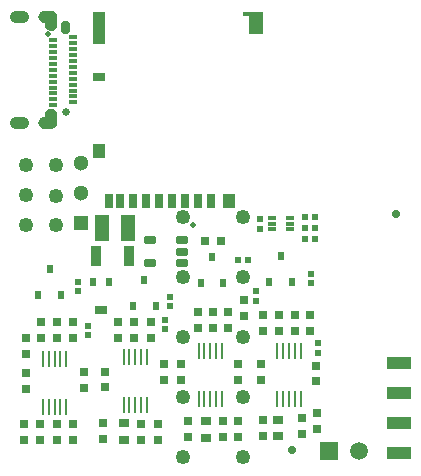
<source format=gbr>
%TF.GenerationSoftware,Altium Limited,Altium Designer,21.4.1 (30)*%
G04 Layer_Color=16711935*
%FSLAX45Y45*%
%MOMM*%
%TF.SameCoordinates,F4A6E2B2-E63A-418B-8CEE-B9A354165880*%
%TF.FilePolarity,Negative*%
%TF.FileFunction,Soldermask,Bot*%
%TF.Part,Single*%
G01*
G75*
%TA.AperFunction,SMDPad,CuDef*%
%ADD18R,0.70000X0.80000*%
%ADD27R,2.00000X1.00000*%
%ADD29R,0.80000X0.70000*%
%ADD30R,0.52000X0.52000*%
%ADD31R,0.50000X0.52000*%
%ADD33R,0.52000X0.50000*%
%ADD37R,0.52000X0.52000*%
%TA.AperFunction,ComponentPad*%
%ADD66C,0.63000*%
%ADD69R,1.30000X1.30000*%
%ADD70C,1.30000*%
%ADD71C,0.70000*%
%ADD72C,1.25000*%
%ADD73C,1.50000*%
%ADD74R,1.50000X1.50000*%
%TA.AperFunction,ViaPad*%
%ADD76C,0.50000*%
%TA.AperFunction,ConnectorPad*%
%ADD78R,0.70000X0.30000*%
%TA.AperFunction,SMDPad,CuDef*%
%ADD79R,0.55000X0.80000*%
%ADD80R,1.25000X2.20000*%
%ADD81R,0.80000X0.65000*%
%ADD82R,1.30000X1.90000*%
%ADD83R,1.00000X2.80000*%
%ADD84R,1.00000X1.20000*%
%ADD85R,1.00000X1.20000*%
%ADD86R,0.70000X1.20000*%
%ADD87R,1.00000X0.80000*%
%ADD88R,0.65000X0.35000*%
%ADD89O,0.25000X1.45000*%
%ADD90R,0.90000X0.70000*%
G04:AMPARAMS|DCode=91|XSize=0.6mm|YSize=1mm|CornerRadius=0.051mm|HoleSize=0mm|Usage=FLASHONLY|Rotation=90.000|XOffset=0mm|YOffset=0mm|HoleType=Round|Shape=RoundedRectangle|*
%AMROUNDEDRECTD91*
21,1,0.60000,0.89800,0,0,90.0*
21,1,0.49800,1.00000,0,0,90.0*
1,1,0.10200,0.44900,0.24900*
1,1,0.10200,0.44900,-0.24900*
1,1,0.10200,-0.44900,-0.24900*
1,1,0.10200,-0.44900,0.24900*
%
%ADD91ROUNDEDRECTD91*%
%ADD92R,0.95000X1.70000*%
%ADD93R,0.60000X0.80000*%
%ADD94R,1.00000X0.70000*%
%TA.AperFunction,NonConductor*%
%ADD95R,0.52000X0.39000*%
G36*
X139932Y2922617D02*
X139726Y2925227D01*
X139385Y2927822D01*
X138908Y2930396D01*
X138296Y2932941D01*
X137553Y2935451D01*
X136679Y2937918D01*
X135677Y2940337D01*
X134550Y2942700D01*
X133301Y2945000D01*
X131934Y2947232D01*
X130451Y2949389D01*
X128858Y2951466D01*
X127157Y2953457D01*
X125355Y2955356D01*
X123457Y2957157D01*
X121466Y2958857D01*
X119389Y2960451D01*
X117232Y2961934D01*
X115000Y2963301D01*
X112700Y2964550D01*
X110337Y2965677D01*
X107919Y2966679D01*
X105451Y2967553D01*
X102941Y2968296D01*
X100396Y2968907D01*
X97822Y2969384D01*
X95227Y2969726D01*
X92617Y2969932D01*
X90000Y2970000D01*
X30000D01*
X27383Y2969932D01*
X24774Y2969726D01*
X22179Y2969384D01*
X19604Y2968907D01*
X17059Y2968296D01*
X14549Y2967553D01*
X12082Y2966679D01*
X9663Y2965677D01*
X7300Y2964550D01*
X5000Y2963301D01*
X2768Y2961934D01*
X611Y2960451D01*
X-1466Y2958857D01*
X-3456Y2957157D01*
X-5355Y2955356D01*
X-7157Y2953457D01*
X-8857Y2951466D01*
X-10451Y2949389D01*
X-11933Y2947232D01*
X-13301Y2945000D01*
X-14550Y2942700D01*
X-15677Y2940337D01*
X-16679Y2937918D01*
X-17553Y2935451D01*
X-18296Y2932941D01*
X-18907Y2930396D01*
X-19384Y2927822D01*
X-19726Y2925227D01*
X-19931Y2922617D01*
X-20000Y2920000D01*
X-19931Y2917383D01*
X-19726Y2914774D01*
X-19384Y2912178D01*
X-18907Y2909605D01*
X-18296Y2907059D01*
X-17553Y2904549D01*
X-16679Y2902082D01*
X-15677Y2899663D01*
X-14550Y2897301D01*
X-13301Y2895000D01*
X-11933Y2892768D01*
X-10451Y2890611D01*
X-8857Y2888534D01*
X-7157Y2886544D01*
X-5355Y2884645D01*
X-3456Y2882843D01*
X-1466Y2881143D01*
X611Y2879549D01*
X2768Y2878067D01*
X5000Y2876699D01*
X7300Y2875450D01*
X9663Y2874323D01*
X12082Y2873321D01*
X14549Y2872447D01*
X17059Y2871704D01*
X19604Y2871093D01*
X22179Y2870616D01*
X24774Y2870274D01*
X27383Y2870069D01*
X30000Y2870000D01*
X90000D01*
X92617Y2870069D01*
X95227Y2870274D01*
X97822Y2870616D01*
X100396Y2871093D01*
X102941Y2871704D01*
X105451Y2872447D01*
X107919Y2873321D01*
X110337Y2874323D01*
X112700Y2875450D01*
X115000Y2876699D01*
X117232Y2878067D01*
X119389Y2879549D01*
X121466Y2881143D01*
X123457Y2882843D01*
X125355Y2884645D01*
X127157Y2886544D01*
X128858Y2888534D01*
X130451Y2890611D01*
X131934Y2892768D01*
X133301Y2895000D01*
X134550Y2897301D01*
X135677Y2899663D01*
X136679Y2902082D01*
X137553Y2904549D01*
X138296Y2907059D01*
X138908Y2909605D01*
X139385Y2912178D01*
X139726Y2914774D01*
X139932Y2917383D01*
X140000Y2920000D01*
X139932Y2922617D01*
D02*
G37*
G36*
X379928Y2990248D02*
X379712Y2992988D01*
X379354Y2995713D01*
X378853Y2998415D01*
X378211Y3001088D01*
X377431Y3003723D01*
X376513Y3006315D01*
X375461Y3008854D01*
X374278Y3011335D01*
X372966Y3013750D01*
X371530Y3016094D01*
X369974Y3018359D01*
X368300Y3020540D01*
X366515Y3022629D01*
X364623Y3024623D01*
X362629Y3026515D01*
X360540Y3028300D01*
X358359Y3029974D01*
X356094Y3031530D01*
X353750Y3032967D01*
X351335Y3034278D01*
X348854Y3035461D01*
X346315Y3036513D01*
X343723Y3037431D01*
X341088Y3038211D01*
X338415Y3038853D01*
X335713Y3039354D01*
X332988Y3039712D01*
X330248Y3039928D01*
X327500Y3040000D01*
X324752Y3039928D01*
X322012Y3039712D01*
X319287Y3039354D01*
X316585Y3038853D01*
X313912Y3038211D01*
X311277Y3037431D01*
X308686Y3036513D01*
X306146Y3035461D01*
X303666Y3034278D01*
X301250Y3032967D01*
X298907Y3031530D01*
X296641Y3029974D01*
X294461Y3028300D01*
X292371Y3026515D01*
X290377Y3024623D01*
X288485Y3022629D01*
X286700Y3020540D01*
X285027Y3018359D01*
X283470Y3016094D01*
X282034Y3013750D01*
X280722Y3011335D01*
X279539Y3008854D01*
X278487Y3006315D01*
X277570Y3003723D01*
X276789Y3001088D01*
X276147Y2998415D01*
X275646Y2995713D01*
X275288Y2992988D01*
X275072Y2990248D01*
X275000Y2987500D01*
Y2975000D01*
X274993Y2974739D01*
X274973Y2974477D01*
X274938Y2974218D01*
X274891Y2973961D01*
X274830Y2973706D01*
X274755Y2973455D01*
X274668Y2973208D01*
X274568Y2972966D01*
X274455Y2972730D01*
X274330Y2972500D01*
X274194Y2972277D01*
X274045Y2972061D01*
X273886Y2971854D01*
X273716Y2971654D01*
X273536Y2971464D01*
X273346Y2971284D01*
X273147Y2971114D01*
X272939Y2970955D01*
X272723Y2970807D01*
X272500Y2970670D01*
X272270Y2970545D01*
X272034Y2970432D01*
X271792Y2970332D01*
X271545Y2970245D01*
X271294Y2970171D01*
X271040Y2970109D01*
X270782Y2970062D01*
X270523Y2970028D01*
X270262Y2970007D01*
X270000Y2970000D01*
X267383Y2969932D01*
X264774Y2969726D01*
X262178Y2969384D01*
X259605Y2968907D01*
X257059Y2968296D01*
X254549Y2967553D01*
X252082Y2966679D01*
X249663Y2965677D01*
X247300Y2964550D01*
X245000Y2963301D01*
X242768Y2961934D01*
X240611Y2960451D01*
X238534Y2958857D01*
X236544Y2957157D01*
X234645Y2955356D01*
X232843Y2953457D01*
X231143Y2951466D01*
X229549Y2949389D01*
X228067Y2947232D01*
X226699Y2945000D01*
X225450Y2942700D01*
X224323Y2940337D01*
X223321Y2937918D01*
X222447Y2935451D01*
X221704Y2932941D01*
X221093Y2930396D01*
X220616Y2927822D01*
X220274Y2925227D01*
X220069Y2922617D01*
X220000Y2920000D01*
X220069Y2917383D01*
X220274Y2914774D01*
X220616Y2912178D01*
X221093Y2909605D01*
X221704Y2907059D01*
X222447Y2904549D01*
X223321Y2902082D01*
X224323Y2899663D01*
X225450Y2897301D01*
X226699Y2895000D01*
X228067Y2892768D01*
X229549Y2890611D01*
X231143Y2888534D01*
X232843Y2886544D01*
X234645Y2884645D01*
X236544Y2882843D01*
X238534Y2881143D01*
X240611Y2879549D01*
X242768Y2878067D01*
X245000Y2876699D01*
X247300Y2875450D01*
X249663Y2874323D01*
X252082Y2873321D01*
X254549Y2872447D01*
X257059Y2871704D01*
X259605Y2871093D01*
X262178Y2870616D01*
X264774Y2870274D01*
X267383Y2870069D01*
X270000Y2870000D01*
X330000D01*
X332617Y2870069D01*
X335227Y2870274D01*
X337822Y2870616D01*
X340396Y2871093D01*
X342941Y2871704D01*
X345451Y2872447D01*
X347919Y2873321D01*
X350337Y2874323D01*
X352700Y2875450D01*
X355000Y2876699D01*
X357232Y2878067D01*
X359389Y2879549D01*
X361466Y2881143D01*
X363457Y2882843D01*
X365355Y2884645D01*
X367157Y2886544D01*
X368858Y2888534D01*
X370451Y2890611D01*
X371934Y2892768D01*
X373301Y2895000D01*
X374550Y2897301D01*
X375677Y2899663D01*
X376679Y2902082D01*
X377553Y2904549D01*
X378296Y2907059D01*
X378908Y2909605D01*
X379385Y2912178D01*
X379726Y2914774D01*
X379932Y2917383D01*
X380000Y2920000D01*
Y2987500D01*
X379928Y2990248D01*
D02*
G37*
G36*
X139932Y3820617D02*
X139726Y3823227D01*
X139385Y3825822D01*
X138908Y3828396D01*
X138296Y3830941D01*
X137553Y3833451D01*
X136679Y3835918D01*
X135677Y3838337D01*
X134550Y3840700D01*
X133301Y3843000D01*
X131934Y3845232D01*
X130451Y3847389D01*
X128858Y3849466D01*
X127157Y3851457D01*
X125355Y3853356D01*
X123457Y3855157D01*
X121466Y3856857D01*
X119389Y3858451D01*
X117232Y3859934D01*
X115000Y3861301D01*
X112700Y3862551D01*
X110337Y3863677D01*
X107919Y3864679D01*
X105451Y3865553D01*
X102941Y3866296D01*
X100396Y3866907D01*
X97822Y3867384D01*
X95227Y3867726D01*
X92617Y3867932D01*
X90000Y3868000D01*
X30000D01*
X27383Y3867932D01*
X24774Y3867726D01*
X22179Y3867384D01*
X19604Y3866907D01*
X17059Y3866296D01*
X14549Y3865553D01*
X12082Y3864679D01*
X9663Y3863677D01*
X7300Y3862551D01*
X5000Y3861301D01*
X2768Y3859934D01*
X611Y3858451D01*
X-1466Y3856857D01*
X-3456Y3855157D01*
X-5355Y3853356D01*
X-7157Y3851457D01*
X-8857Y3849466D01*
X-10451Y3847389D01*
X-11933Y3845232D01*
X-13301Y3843000D01*
X-14550Y3840700D01*
X-15677Y3838337D01*
X-16679Y3835918D01*
X-17553Y3833451D01*
X-18296Y3830941D01*
X-18907Y3828396D01*
X-19384Y3825822D01*
X-19726Y3823227D01*
X-19931Y3820617D01*
X-20000Y3818000D01*
X-19931Y3815383D01*
X-19726Y3812774D01*
X-19384Y3810178D01*
X-18907Y3807605D01*
X-18296Y3805059D01*
X-17553Y3802549D01*
X-16679Y3800082D01*
X-15677Y3797663D01*
X-14550Y3795301D01*
X-13301Y3793000D01*
X-11933Y3790768D01*
X-10451Y3788611D01*
X-8857Y3786534D01*
X-7157Y3784544D01*
X-5355Y3782645D01*
X-3456Y3780843D01*
X-1466Y3779143D01*
X611Y3777549D01*
X2768Y3776067D01*
X5000Y3774699D01*
X7300Y3773450D01*
X9663Y3772323D01*
X12082Y3771321D01*
X14549Y3770447D01*
X17059Y3769704D01*
X19604Y3769093D01*
X22179Y3768616D01*
X24774Y3768274D01*
X27383Y3768069D01*
X30000Y3768000D01*
X90000D01*
X92617Y3768069D01*
X95227Y3768274D01*
X97822Y3768616D01*
X100396Y3769093D01*
X102941Y3769704D01*
X105451Y3770447D01*
X107919Y3771321D01*
X110337Y3772323D01*
X112700Y3773450D01*
X115000Y3774699D01*
X117232Y3776067D01*
X119389Y3777549D01*
X121466Y3779143D01*
X123457Y3780843D01*
X125355Y3782645D01*
X127157Y3784544D01*
X128858Y3786534D01*
X130451Y3788611D01*
X131934Y3790768D01*
X133301Y3793000D01*
X134550Y3795301D01*
X135677Y3797663D01*
X136679Y3800082D01*
X137553Y3802549D01*
X138296Y3805059D01*
X138908Y3807605D01*
X139385Y3810178D01*
X139726Y3812774D01*
X139932Y3815383D01*
X140000Y3818000D01*
X139932Y3820617D01*
D02*
G37*
G36*
X379932D02*
X379726Y3823227D01*
X379385Y3825822D01*
X378908Y3828396D01*
X378296Y3830941D01*
X377553Y3833451D01*
X376679Y3835918D01*
X375677Y3838337D01*
X374550Y3840700D01*
X373301Y3843000D01*
X371934Y3845232D01*
X370451Y3847389D01*
X368858Y3849466D01*
X367157Y3851457D01*
X365355Y3853356D01*
X363457Y3855157D01*
X361466Y3856857D01*
X359389Y3858451D01*
X357232Y3859934D01*
X355000Y3861301D01*
X352700Y3862551D01*
X350337Y3863677D01*
X347919Y3864679D01*
X345451Y3865553D01*
X342941Y3866296D01*
X340396Y3866907D01*
X337822Y3867384D01*
X335227Y3867726D01*
X332617Y3867932D01*
X330000Y3868000D01*
X270000D01*
X267383Y3867932D01*
X264774Y3867726D01*
X262178Y3867384D01*
X259605Y3866907D01*
X257059Y3866296D01*
X254549Y3865553D01*
X252082Y3864679D01*
X249663Y3863677D01*
X247300Y3862551D01*
X245000Y3861301D01*
X242768Y3859934D01*
X240611Y3858451D01*
X238534Y3856857D01*
X236544Y3855157D01*
X234645Y3853356D01*
X232843Y3851457D01*
X231143Y3849466D01*
X229549Y3847389D01*
X228067Y3845232D01*
X226699Y3843000D01*
X225450Y3840700D01*
X224323Y3838337D01*
X223321Y3835918D01*
X222447Y3833451D01*
X221704Y3830941D01*
X221093Y3828396D01*
X220616Y3825822D01*
X220274Y3823227D01*
X220069Y3820617D01*
X220000Y3818000D01*
X220069Y3815383D01*
X220274Y3812774D01*
X220616Y3810178D01*
X221093Y3807605D01*
X221704Y3805059D01*
X222447Y3802549D01*
X223321Y3800082D01*
X224323Y3797663D01*
X225450Y3795301D01*
X226699Y3793000D01*
X228067Y3790768D01*
X229549Y3788611D01*
X231143Y3786534D01*
X232843Y3784544D01*
X234645Y3782645D01*
X236544Y3780843D01*
X238534Y3779143D01*
X240611Y3777549D01*
X242768Y3776067D01*
X245000Y3774699D01*
X247300Y3773450D01*
X249663Y3772323D01*
X252082Y3771321D01*
X254549Y3770447D01*
X257059Y3769704D01*
X259605Y3769093D01*
X262178Y3768616D01*
X264774Y3768274D01*
X267383Y3768069D01*
X270000Y3768000D01*
X270262Y3767993D01*
X270523Y3767973D01*
X270782Y3767939D01*
X271040Y3767891D01*
X271294Y3767830D01*
X271545Y3767755D01*
X271792Y3767668D01*
X272034Y3767568D01*
X272270Y3767455D01*
X272500Y3767330D01*
X272723Y3767193D01*
X272939Y3767045D01*
X273147Y3766886D01*
X273346Y3766716D01*
X273536Y3766536D01*
X273716Y3766346D01*
X273886Y3766147D01*
X274045Y3765939D01*
X274194Y3765723D01*
X274330Y3765500D01*
X274455Y3765270D01*
X274568Y3765034D01*
X274668Y3764792D01*
X274755Y3764545D01*
X274830Y3764294D01*
X274891Y3764040D01*
X274938Y3763782D01*
X274973Y3763523D01*
X274993Y3763262D01*
X275000Y3763000D01*
Y3750500D01*
X275072Y3747752D01*
X275288Y3745012D01*
X275646Y3742287D01*
X276147Y3739585D01*
X276789Y3736912D01*
X277570Y3734277D01*
X278487Y3731686D01*
X279539Y3729146D01*
X280722Y3726666D01*
X282034Y3724250D01*
X283470Y3721906D01*
X285027Y3719641D01*
X286700Y3717461D01*
X288485Y3715371D01*
X290377Y3713377D01*
X292371Y3711485D01*
X294461Y3709700D01*
X296641Y3708027D01*
X298907Y3706470D01*
X301250Y3705034D01*
X303666Y3703722D01*
X306146Y3702539D01*
X308686Y3701487D01*
X311277Y3700570D01*
X313912Y3699789D01*
X316585Y3699147D01*
X319287Y3698646D01*
X322012Y3698288D01*
X324752Y3698072D01*
X327500Y3698000D01*
X330248Y3698072D01*
X332988Y3698288D01*
X335713Y3698646D01*
X338415Y3699147D01*
X341088Y3699789D01*
X343723Y3700570D01*
X346315Y3701487D01*
X348854Y3702539D01*
X351335Y3703722D01*
X353750Y3705034D01*
X356094Y3706470D01*
X358359Y3708027D01*
X360540Y3709700D01*
X362629Y3711485D01*
X364623Y3713377D01*
X366515Y3715371D01*
X368300Y3717461D01*
X369974Y3719641D01*
X371530Y3721906D01*
X372966Y3724250D01*
X374278Y3726666D01*
X375461Y3729146D01*
X376513Y3731686D01*
X377431Y3734277D01*
X378211Y3736912D01*
X378853Y3739585D01*
X379354Y3742287D01*
X379712Y3745012D01*
X379928Y3747752D01*
X380000Y3750500D01*
Y3818000D01*
X379932Y3820617D01*
D02*
G37*
G36*
X491443Y3747172D02*
X491273Y3749338D01*
X490989Y3751492D01*
X490593Y3753629D01*
X490086Y3755741D01*
X489469Y3757824D01*
X488744Y3759872D01*
X487912Y3761880D01*
X486977Y3763841D01*
X485940Y3765750D01*
X484805Y3767603D01*
X483574Y3769393D01*
X482252Y3771117D01*
X480841Y3772769D01*
X479345Y3774345D01*
X477769Y3775841D01*
X476117Y3777252D01*
X474393Y3778574D01*
X472603Y3779805D01*
X470750Y3780940D01*
X468841Y3781977D01*
X466880Y3782912D01*
X464872Y3783744D01*
X462824Y3784469D01*
X460741Y3785086D01*
X458628Y3785593D01*
X456492Y3785989D01*
X454338Y3786273D01*
X452172Y3786443D01*
X450000Y3786500D01*
X447828Y3786443D01*
X445662Y3786273D01*
X443508Y3785989D01*
X441372Y3785593D01*
X439259Y3785086D01*
X437176Y3784469D01*
X435128Y3783744D01*
X433121Y3782912D01*
X431159Y3781977D01*
X429250Y3780940D01*
X427398Y3779805D01*
X425607Y3778574D01*
X423883Y3777252D01*
X422231Y3775841D01*
X420655Y3774345D01*
X419160Y3772769D01*
X417748Y3771117D01*
X416426Y3769393D01*
X415195Y3767603D01*
X414060Y3765750D01*
X413023Y3763841D01*
X412088Y3761880D01*
X411256Y3759872D01*
X410531Y3757824D01*
X409914Y3755741D01*
X409407Y3753629D01*
X409011Y3751492D01*
X408727Y3749338D01*
X408557Y3747172D01*
X408500Y3745000D01*
Y3713000D01*
X408557Y3710828D01*
X408727Y3708662D01*
X409011Y3706508D01*
X409407Y3704372D01*
X409914Y3702259D01*
X410531Y3700176D01*
X411256Y3698128D01*
X412088Y3696121D01*
X413023Y3694159D01*
X414060Y3692250D01*
X415195Y3690397D01*
X416426Y3688607D01*
X417748Y3686883D01*
X419160Y3685231D01*
X420655Y3683655D01*
X422231Y3682160D01*
X423883Y3680749D01*
X425607Y3679426D01*
X427398Y3678195D01*
X429250Y3677060D01*
X431159Y3676023D01*
X433121Y3675088D01*
X435128Y3674257D01*
X437176Y3673531D01*
X439259Y3672914D01*
X441372Y3672407D01*
X443508Y3672011D01*
X445662Y3671727D01*
X447828Y3671557D01*
X450000Y3671500D01*
X452172Y3671557D01*
X454338Y3671727D01*
X456492Y3672011D01*
X458628Y3672407D01*
X460741Y3672914D01*
X462824Y3673531D01*
X464872Y3674257D01*
X466880Y3675088D01*
X468841Y3676023D01*
X470750Y3677060D01*
X472603Y3678195D01*
X474393Y3679426D01*
X476117Y3680749D01*
X477769Y3682160D01*
X479345Y3683655D01*
X480841Y3685231D01*
X482252Y3686883D01*
X483574Y3688607D01*
X484805Y3690397D01*
X485940Y3692250D01*
X486977Y3694159D01*
X487912Y3696121D01*
X488744Y3698128D01*
X489469Y3700176D01*
X490086Y3702259D01*
X490593Y3704372D01*
X490989Y3706508D01*
X491273Y3708662D01*
X491443Y3710828D01*
X491500Y3713000D01*
Y3745000D01*
X491443Y3747172D01*
D02*
G37*
D18*
X1634500Y1917000D02*
D03*
X1769500D02*
D03*
D27*
X3276600Y889000D02*
D03*
Y635000D02*
D03*
Y127000D02*
D03*
Y381000D02*
D03*
D29*
X516641Y237300D02*
D03*
Y372300D02*
D03*
X95500D02*
D03*
Y237300D02*
D03*
X1910600Y880900D02*
D03*
Y745900D02*
D03*
X1489200Y392500D02*
D03*
Y257500D02*
D03*
X606200Y810500D02*
D03*
Y675500D02*
D03*
X1910000Y392500D02*
D03*
Y257500D02*
D03*
X1280000Y880500D02*
D03*
Y745500D02*
D03*
X770000Y242500D02*
D03*
Y377500D02*
D03*
X1229180Y237500D02*
D03*
Y372500D02*
D03*
X2579100Y464600D02*
D03*
Y329600D02*
D03*
X2120900Y267500D02*
D03*
Y402500D02*
D03*
X2574700Y730700D02*
D03*
Y865700D02*
D03*
D30*
X555400Y1496500D02*
D03*
Y1576500D02*
D03*
X642620Y1120780D02*
D03*
Y1200780D02*
D03*
X2065800Y1413900D02*
D03*
Y1493900D02*
D03*
X1332400Y1448100D02*
D03*
Y1368100D02*
D03*
X1292500Y1171100D02*
D03*
Y1251100D02*
D03*
X2530000Y1643000D02*
D03*
Y1563000D02*
D03*
X2586900Y1053100D02*
D03*
Y973100D02*
D03*
D31*
X2562000Y1937400D02*
D03*
X2478000D02*
D03*
X2562000Y2027400D02*
D03*
X2478000D02*
D03*
X2562000Y2119400D02*
D03*
X2478000D02*
D03*
D33*
X2099660Y2025400D02*
D03*
Y2109400D02*
D03*
D37*
X1912000Y1760000D02*
D03*
X1992000D02*
D03*
D66*
X450000Y3009000D02*
D03*
Y3729000D02*
D03*
D69*
X584200Y2072000D02*
D03*
D70*
Y2580000D02*
D03*
Y2326000D02*
D03*
D71*
X2370080Y148399D02*
D03*
X3250000Y2145960D02*
D03*
D72*
X1442500Y2120901D02*
D03*
X1955000Y2120900D02*
D03*
X119300Y2562601D02*
D03*
Y2308600D02*
D03*
Y2054600D02*
D03*
X1955000Y88900D02*
D03*
X1447000D02*
D03*
Y1104900D02*
D03*
Y596900D02*
D03*
X1955000Y1612900D02*
D03*
X1447000D02*
D03*
X1955000Y1104900D02*
D03*
Y596900D02*
D03*
X373300Y2054600D02*
D03*
Y2562600D02*
D03*
X372300Y2304401D02*
D03*
D73*
X2937000Y140000D02*
D03*
D74*
X2683000D02*
D03*
D76*
X1529000Y2052700D02*
D03*
X303380Y3668425D02*
D03*
D78*
X516000Y3094000D02*
D03*
X346000Y3619000D02*
D03*
X516000Y3144000D02*
D03*
Y3194000D02*
D03*
Y3244000D02*
D03*
Y3294000D02*
D03*
Y3344000D02*
D03*
Y3394000D02*
D03*
Y3444000D02*
D03*
Y3494000D02*
D03*
Y3544000D02*
D03*
Y3594000D02*
D03*
Y3644000D02*
D03*
X346000Y3569000D02*
D03*
Y3519000D02*
D03*
Y3469000D02*
D03*
Y3419000D02*
D03*
Y3369000D02*
D03*
Y3319000D02*
D03*
Y3269000D02*
D03*
Y3219000D02*
D03*
Y3169000D02*
D03*
Y3119000D02*
D03*
Y3069000D02*
D03*
D79*
X1785000Y1566000D02*
D03*
X1595000D02*
D03*
X1690000Y1786000D02*
D03*
X314160Y1682260D02*
D03*
X219160Y1462260D02*
D03*
X409160D02*
D03*
X2270760Y1788940D02*
D03*
X2175760Y1568940D02*
D03*
X2365760D02*
D03*
X1117600Y1588280D02*
D03*
X1022600Y1368280D02*
D03*
X1212600D02*
D03*
D80*
X976977Y2029492D02*
D03*
X756977D02*
D03*
D81*
X2104321Y880500D02*
D03*
Y745500D02*
D03*
X235837Y372300D02*
D03*
Y237300D02*
D03*
X113000Y1098500D02*
D03*
Y963500D02*
D03*
X243165Y1236840D02*
D03*
Y1101840D02*
D03*
X380671D02*
D03*
Y1236840D02*
D03*
X380000Y372300D02*
D03*
Y237300D02*
D03*
X1430000Y745500D02*
D03*
Y880500D02*
D03*
X1785140Y392500D02*
D03*
Y257500D02*
D03*
X1960880Y1418780D02*
D03*
Y1283780D02*
D03*
X1700000Y1315500D02*
D03*
Y1180500D02*
D03*
X1827000Y1315500D02*
D03*
Y1180500D02*
D03*
X1573000Y1315500D02*
D03*
Y1180500D02*
D03*
X515620Y1100900D02*
D03*
Y1235900D02*
D03*
X1177020Y1230500D02*
D03*
Y1095500D02*
D03*
X784100Y814700D02*
D03*
Y679700D02*
D03*
X1032240Y1095500D02*
D03*
Y1230500D02*
D03*
X890000Y1095500D02*
D03*
Y1230500D02*
D03*
X2118360Y1290180D02*
D03*
Y1155180D02*
D03*
X2389288Y1290180D02*
D03*
Y1155180D02*
D03*
X2253832Y1290180D02*
D03*
Y1155180D02*
D03*
X2521700Y1290500D02*
D03*
Y1155500D02*
D03*
X2455169Y420821D02*
D03*
Y285821D02*
D03*
X1086391Y372500D02*
D03*
Y237500D02*
D03*
X117000Y803500D02*
D03*
Y668500D02*
D03*
D82*
X2064100Y3764500D02*
D03*
D83*
X730000Y3719500D02*
D03*
D84*
Y2684500D02*
D03*
D85*
X1835000Y2254500D02*
D03*
D86*
X815000D02*
D03*
X910000D02*
D03*
X1020000D02*
D03*
X1130000D02*
D03*
X1240000D02*
D03*
X1350000D02*
D03*
X1460000D02*
D03*
X1570000D02*
D03*
X1680000D02*
D03*
D87*
X730000Y3304500D02*
D03*
D88*
X2197500Y2117400D02*
D03*
Y2067400D02*
D03*
Y2017400D02*
D03*
X2352500D02*
D03*
Y2067400D02*
D03*
Y2117400D02*
D03*
D89*
X2240000Y989900D02*
D03*
X2290000D02*
D03*
X2340000D02*
D03*
X2390000D02*
D03*
X2440000D02*
D03*
X2240000Y584900D02*
D03*
X2290000D02*
D03*
X2340000D02*
D03*
X2390000D02*
D03*
X2440000D02*
D03*
X1576400Y989900D02*
D03*
X1626400D02*
D03*
X1676400D02*
D03*
X1726400D02*
D03*
X1776400D02*
D03*
X1576400Y584900D02*
D03*
X1626400D02*
D03*
X1676400D02*
D03*
X1726400D02*
D03*
X1776400D02*
D03*
X941400Y939100D02*
D03*
X991400D02*
D03*
X1041400D02*
D03*
X1091400D02*
D03*
X1141400D02*
D03*
X941400Y534100D02*
D03*
X991400D02*
D03*
X1041400D02*
D03*
X1091400D02*
D03*
X1141400D02*
D03*
X256574Y922500D02*
D03*
X306574D02*
D03*
X356574D02*
D03*
X406574D02*
D03*
X456574D02*
D03*
X256574Y517500D02*
D03*
X306574D02*
D03*
X356574D02*
D03*
X406574D02*
D03*
X456574D02*
D03*
D90*
X2250440Y405000D02*
D03*
Y265000D02*
D03*
X1642900Y395000D02*
D03*
Y255000D02*
D03*
X943644Y375000D02*
D03*
Y235000D02*
D03*
D91*
X1162500Y1925000D02*
D03*
Y1735000D02*
D03*
X1437500D02*
D03*
Y1830000D02*
D03*
Y1925000D02*
D03*
D92*
X710019Y1790019D02*
D03*
X990018D02*
D03*
D93*
X815000Y1569600D02*
D03*
X685000D02*
D03*
D94*
X750000Y1334600D02*
D03*
D95*
X1978200Y3839992D02*
D03*
%TF.MD5,291ce88944b28a3426c41ee50a4eda3d*%
M02*

</source>
